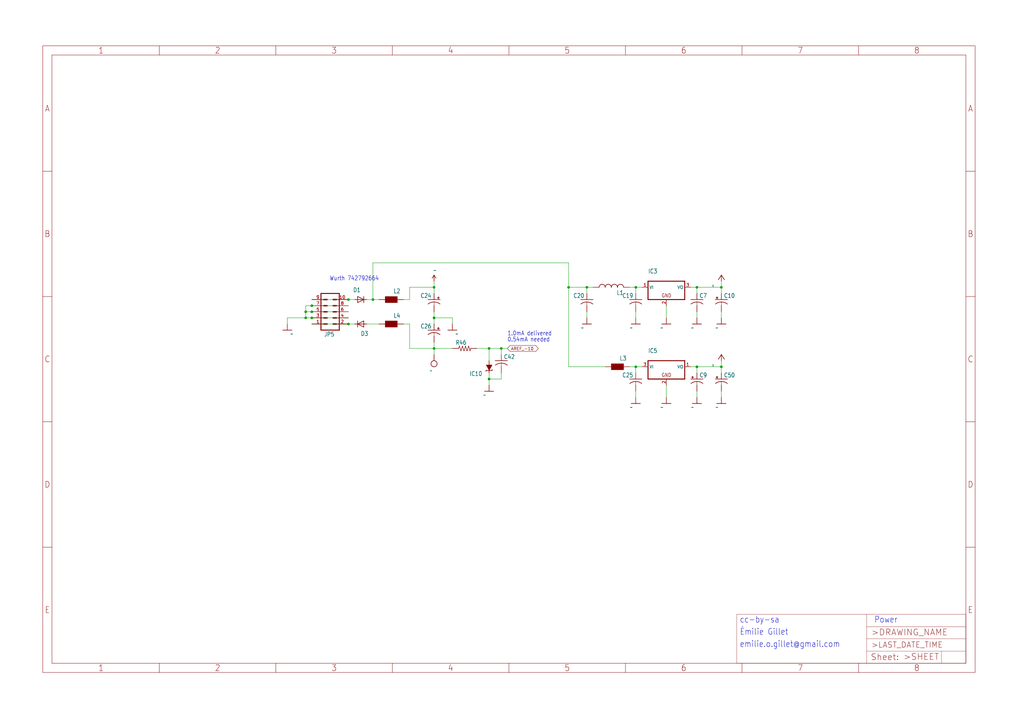
<source format=kicad_sch>
(kicad_sch (version 20211123) (generator eeschema)
  (paper "User" 425.45 299.161)
  (lib_symbols
    (symbol "tides2_v40-eagle-import:+3V3" (power)
      (property "Value" "+3V3" (at -2.54 -5.08 90))
      (symbol "+3V3_1_0"
        (polyline (pts (xy 0 0) (xy -1.27 -1.905)) (stroke (width 0.254)))
        (polyline (pts (xy 1.27 -1.905) (xy 0 0)) (stroke (width 0.254)))
        (pin power_in line (at 0 -2.54 90) (length 2.54) (name "+3V3") (number "1"))
      )
    )
    (symbol "tides2_v40-eagle-import:+3V3_A" (power)
      (property "Value" "+3V3_A" (at -2.54 -5.08 90))
      (symbol "+3V3_A_1_0"
        (polyline (pts (xy 0 0) (xy -1.27 -1.905)) (stroke (width 0.254)))
        (polyline (pts (xy 1.27 -1.905) (xy 0 0)) (stroke (width 0.254)))
        (pin power_in line (at 0 -2.54 90) (length 2.54) (name "+3V3_A") (number "1"))
      )
    )
    (symbol "tides2_v40-eagle-import:A3L-LOC"
      (symbol "A3L-LOC_0_0"
        (polyline (pts (xy 0 52.07) (xy 3.81 52.07)))
        (polyline (pts (xy 0 104.14) (xy 3.81 104.14)))
        (polyline (pts (xy 0 156.21) (xy 3.81 156.21)))
        (polyline (pts (xy 0 208.28) (xy 3.81 208.28)))
        (polyline (pts (xy 3.81 3.81) (xy 3.81 256.54)))
        (polyline (pts (xy 48.4188 0) (xy 48.4188 3.81)))
        (polyline (pts (xy 48.4188 256.54) (xy 48.4188 260.35)))
        (polyline (pts (xy 96.8375 0) (xy 96.8375 3.81)))
        (polyline (pts (xy 96.8375 256.54) (xy 96.8375 260.35)))
        (polyline (pts (xy 145.2563 0) (xy 145.2563 3.81)))
        (polyline (pts (xy 145.2563 256.54) (xy 145.2563 260.35)))
        (polyline (pts (xy 193.675 0) (xy 193.675 3.81)))
        (polyline (pts (xy 193.675 256.54) (xy 193.675 260.35)))
        (polyline (pts (xy 242.0938 0) (xy 242.0938 3.81)))
        (polyline (pts (xy 242.0938 256.54) (xy 242.0938 260.35)))
        (polyline (pts (xy 290.5125 0) (xy 290.5125 3.81)))
        (polyline (pts (xy 290.5125 256.54) (xy 290.5125 260.35)))
        (polyline (pts (xy 338.9313 0) (xy 338.9313 3.81)))
        (polyline (pts (xy 338.9313 256.54) (xy 338.9313 260.35)))
        (polyline (pts (xy 383.54 3.81) (xy 3.81 3.81)))
        (polyline (pts (xy 383.54 3.81) (xy 383.54 256.54)))
        (polyline (pts (xy 383.54 52.07) (xy 387.35 52.07)))
        (polyline (pts (xy 383.54 104.14) (xy 387.35 104.14)))
        (polyline (pts (xy 383.54 156.21) (xy 387.35 156.21)))
        (polyline (pts (xy 383.54 208.28) (xy 387.35 208.28)))
        (polyline (pts (xy 383.54 256.54) (xy 3.81 256.54)))
        (polyline (pts (xy 0 0) (xy 387.35 0) (xy 387.35 260.35) (xy 0 260.35) (xy 0 0)))
        (text "1" (at 24.2094 1.905 0) (effects (font (size 2.54 2.286))))
        (text "1" (at 24.2094 258.445 0) (effects (font (size 2.54 2.286))))
        (text "2" (at 72.6281 1.905 0) (effects (font (size 2.54 2.286))))
        (text "2" (at 72.6281 258.445 0) (effects (font (size 2.54 2.286))))
        (text "3" (at 121.0469 1.905 0) (effects (font (size 2.54 2.286))))
        (text "3" (at 121.0469 258.445 0) (effects (font (size 2.54 2.286))))
        (text "4" (at 169.4656 1.905 0) (effects (font (size 2.54 2.286))))
        (text "4" (at 169.4656 258.445 0) (effects (font (size 2.54 2.286))))
        (text "5" (at 217.8844 1.905 0) (effects (font (size 2.54 2.286))))
        (text "5" (at 217.8844 258.445 0) (effects (font (size 2.54 2.286))))
        (text "6" (at 266.3031 1.905 0) (effects (font (size 2.54 2.286))))
        (text "6" (at 266.3031 258.445 0) (effects (font (size 2.54 2.286))))
        (text "7" (at 314.7219 1.905 0) (effects (font (size 2.54 2.286))))
        (text "7" (at 314.7219 258.445 0) (effects (font (size 2.54 2.286))))
        (text "8" (at 363.1406 1.905 0) (effects (font (size 2.54 2.286))))
        (text "8" (at 363.1406 258.445 0) (effects (font (size 2.54 2.286))))
        (text "A" (at 1.905 234.315 0) (effects (font (size 2.54 2.286))))
        (text "A" (at 385.445 234.315 0) (effects (font (size 2.54 2.286))))
        (text "B" (at 1.905 182.245 0) (effects (font (size 2.54 2.286))))
        (text "B" (at 385.445 182.245 0) (effects (font (size 2.54 2.286))))
        (text "C" (at 1.905 130.175 0) (effects (font (size 2.54 2.286))))
        (text "C" (at 385.445 130.175 0) (effects (font (size 2.54 2.286))))
        (text "D" (at 1.905 78.105 0) (effects (font (size 2.54 2.286))))
        (text "D" (at 385.445 78.105 0) (effects (font (size 2.54 2.286))))
        (text "E" (at 1.905 26.035 0) (effects (font (size 2.54 2.286))))
        (text "E" (at 385.445 26.035 0) (effects (font (size 2.54 2.286))))
      )
      (symbol "A3L-LOC_1_0"
        (polyline (pts (xy 288.29 3.81) (xy 288.29 24.13)) (stroke (width 0.1016)))
        (polyline (pts (xy 288.29 3.81) (xy 342.265 3.81)) (stroke (width 0.1016)))
        (polyline (pts (xy 288.29 24.13) (xy 342.265 24.13)) (stroke (width 0.1016)))
        (polyline (pts (xy 342.265 3.81) (xy 373.38 3.81)) (stroke (width 0.1016)))
        (polyline (pts (xy 342.265 8.89) (xy 342.265 3.81)) (stroke (width 0.1016)))
        (polyline (pts (xy 342.265 8.89) (xy 342.265 13.97)) (stroke (width 0.1016)))
        (polyline (pts (xy 342.265 13.97) (xy 342.265 19.05)) (stroke (width 0.1016)))
        (polyline (pts (xy 342.265 13.97) (xy 383.54 13.97)) (stroke (width 0.1016)))
        (polyline (pts (xy 342.265 19.05) (xy 342.265 24.13)) (stroke (width 0.1016)))
        (polyline (pts (xy 342.265 19.05) (xy 383.54 19.05)) (stroke (width 0.1016)))
        (polyline (pts (xy 342.265 24.13) (xy 383.54 24.13)) (stroke (width 0.1016)))
        (polyline (pts (xy 373.38 3.81) (xy 373.38 8.89)) (stroke (width 0.1016)))
        (polyline (pts (xy 373.38 3.81) (xy 383.54 3.81)) (stroke (width 0.1016)))
        (polyline (pts (xy 373.38 8.89) (xy 342.265 8.89)) (stroke (width 0.1016)))
        (polyline (pts (xy 373.38 8.89) (xy 383.54 8.89)) (stroke (width 0.1016)))
        (polyline (pts (xy 383.54 3.81) (xy 383.54 8.89)) (stroke (width 0.1016)))
        (polyline (pts (xy 383.54 8.89) (xy 383.54 13.97)) (stroke (width 0.1016)))
        (polyline (pts (xy 383.54 13.97) (xy 383.54 19.05)) (stroke (width 0.1016)))
        (polyline (pts (xy 383.54 19.05) (xy 383.54 24.13)) (stroke (width 0.1016)))
        (text ">DRAWING_NAME" (at 344.17 15.24 0) (effects (font (size 2.54 2.54)) (justify left bottom)))
        (text ">LAST_DATE_TIME" (at 344.17 10.16 0) (effects (font (size 2.286 2.286)) (justify left bottom)))
        (text ">SHEET" (at 357.505 5.08 0) (effects (font (size 2.54 2.54)) (justify left bottom)))
        (text "Sheet:" (at 343.916 4.953 0) (effects (font (size 2.54 2.54)) (justify left bottom)))
      )
    )
    (symbol "tides2_v40-eagle-import:C-USC0402"
      (property "Reference" "C" (at 1.016 0.635 0))
      (property "Value" "C-USC0402" (at 1.016 -4.191 0))
      (symbol "C-USC0402_1_0"
        (arc (start 0 -1.0161) (mid -1.302 -1.2303) (end -2.4668 -1.8504) (stroke (width 0.254)))
        (polyline (pts (xy -2.54 0) (xy 2.54 0)) (stroke (width 0.254)))
        (polyline (pts (xy 0 -1.016) (xy 0 -2.54)) (stroke (width 0.1524)))
        (arc (start 2.4892 -1.8542) (mid 1.3158 -1.2195) (end 0 -1) (stroke (width 0.254)))
        (pin passive line (at 0 2.54 270) (length 2.54) (name "1") (number "1"))
        (pin passive line (at 0 -5.08 90) (length 2.54) (name "2") (number "2"))
      )
    )
    (symbol "tides2_v40-eagle-import:C-USC1206"
      (property "Reference" "C" (at 1.016 0.635 0))
      (property "Value" "C-USC1206" (at 1.016 -4.191 0))
      (symbol "C-USC1206_1_0"
        (arc (start 0 -1.0161) (mid -1.302 -1.2303) (end -2.4668 -1.8504) (stroke (width 0.254)))
        (polyline (pts (xy -2.54 0) (xy 2.54 0)) (stroke (width 0.254)))
        (polyline (pts (xy 0 -1.016) (xy 0 -2.54)) (stroke (width 0.1524)))
        (arc (start 2.4892 -1.8542) (mid 1.3158 -1.2195) (end 0 -1) (stroke (width 0.254)))
        (pin passive line (at 0 2.54 270) (length 2.54) (name "1") (number "1"))
        (pin passive line (at 0 -5.08 90) (length 2.54) (name "2") (number "2"))
      )
    )
    (symbol "tides2_v40-eagle-import:CPOL-USA"
      (property "Reference" "C" (at 1.016 0.635 0))
      (property "Value" "CPOL-USA" (at 1.016 -4.191 0))
      (symbol "CPOL-USA_1_0"
        (rectangle (start -2.253 0.668) (end -1.364 0.795) (fill (type outline)))
        (rectangle (start -1.872 0.287) (end -1.745 1.176) (fill (type outline)))
        (arc (start 0 -1.0161) (mid -1.3021 -1.2302) (end -2.4669 -1.8504) (stroke (width 0.254)))
        (polyline (pts (xy -2.54 0) (xy 2.54 0)) (stroke (width 0.254)))
        (polyline (pts (xy 0 -1.016) (xy 0 -2.54)) (stroke (width 0.1524)))
        (arc (start 2.4892 -1.8542) (mid 1.3158 -1.2195) (end 0 -1) (stroke (width 0.254)))
        (pin passive line (at 0 2.54 270) (length 2.54) (name "+") (number "+"))
        (pin passive line (at 0 -5.08 90) (length 2.54) (name "-") (number "-"))
      )
    )
    (symbol "tides2_v40-eagle-import:CPOL-USB"
      (property "Reference" "C" (at 1.016 0.635 0))
      (property "Value" "CPOL-USB" (at 1.016 -4.191 0))
      (symbol "CPOL-USB_1_0"
        (rectangle (start -2.253 0.668) (end -1.364 0.795) (fill (type outline)))
        (rectangle (start -1.872 0.287) (end -1.745 1.176) (fill (type outline)))
        (arc (start 0 -1.0161) (mid -1.3021 -1.2302) (end -2.4669 -1.8504) (stroke (width 0.254)))
        (polyline (pts (xy -2.54 0) (xy 2.54 0)) (stroke (width 0.254)))
        (polyline (pts (xy 0 -1.016) (xy 0 -2.54)) (stroke (width 0.1524)))
        (arc (start 2.4892 -1.8542) (mid 1.3158 -1.2195) (end 0 -1) (stroke (width 0.254)))
        (pin passive line (at 0 2.54 270) (length 2.54) (name "+") (number "+"))
        (pin passive line (at 0 -5.08 90) (length 2.54) (name "-") (number "-"))
      )
    )
    (symbol "tides2_v40-eagle-import:DIODE-SOD123"
      (property "Reference" "D" (at 2.54 0.4826 0))
      (property "Value" "DIODE-SOD123" (at 2.54 -2.3114 0))
      (symbol "DIODE-SOD123_1_0"
        (polyline (pts (xy -1.27 -1.27) (xy 1.27 0)) (stroke (width 0.254)))
        (polyline (pts (xy -1.27 1.27) (xy -1.27 -1.27)) (stroke (width 0.254)))
        (polyline (pts (xy 1.27 0) (xy -1.27 1.27)) (stroke (width 0.254)))
        (polyline (pts (xy 1.27 0) (xy 1.27 -1.27)) (stroke (width 0.254)))
        (polyline (pts (xy 1.27 1.27) (xy 1.27 0)) (stroke (width 0.254)))
        (pin passive line (at -2.54 0 0) (length 2.54) (name "A") (number "A"))
        (pin passive line (at 2.54 0 180) (length 2.54) (name "C") (number "C"))
      )
    )
    (symbol "tides2_v40-eagle-import:GND" (power)
      (property "Value" "GND" (at -2.54 -2.54 0))
      (symbol "GND_1_0"
        (polyline (pts (xy -1.905 0) (xy 1.905 0)) (stroke (width 0.254)))
        (pin power_in line (at 0 2.54 270) (length 2.54) (name "GND") (number "1"))
      )
    )
    (symbol "tides2_v40-eagle-import:L-USL2012C"
      (property "Value" "L-USL2012C" (at 3.81 -5.08 90))
      (symbol "L-USL2012C_1_0"
        (arc (start 0 -5.08) (mid 0.898 -4.708) (end 1.27 -3.81) (stroke (width 0.254)))
        (arc (start 0 -2.54) (mid 0.898 -2.168) (end 1.27 -1.27) (stroke (width 0.254)))
        (arc (start 0 0) (mid 0.898 0.372) (end 1.27 1.27) (stroke (width 0.254)))
        (arc (start 0 2.54) (mid 0.898 2.912) (end 1.27 3.81) (stroke (width 0.254)))
        (arc (start 1.27 -3.81) (mid 0.898 -2.912) (end 0 -2.54) (stroke (width 0.254)))
        (arc (start 1.27 -1.27) (mid 0.898 -0.372) (end 0 0) (stroke (width 0.254)))
        (arc (start 1.27 1.27) (mid 0.898 2.168) (end 0 2.54) (stroke (width 0.254)))
        (arc (start 1.27 3.81) (mid 0.898 4.708) (end 0 5.08) (stroke (width 0.254)))
        (pin passive line (at 0 7.62 270) (length 2.54) (name "1") (number "1"))
        (pin passive line (at 0 -7.62 90) (length 2.54) (name "2") (number "2"))
      )
    )
    (symbol "tides2_v40-eagle-import:LD2981ABU"
      (property "Reference" "IC" (at -7.62 5.715 0))
      (property "Value" "LD2981ABU" (at -7.62 3.175 0))
      (symbol "LD2981ABU_1_0"
        (polyline (pts (xy -7.62 -5.08) (xy 7.62 -5.08)) (stroke (width 0.4064)))
        (polyline (pts (xy -7.62 2.54) (xy -7.62 -5.08)) (stroke (width 0.4064)))
        (polyline (pts (xy 7.62 -5.08) (xy 7.62 2.54)) (stroke (width 0.4064)))
        (polyline (pts (xy 7.62 2.54) (xy -7.62 2.54)) (stroke (width 0.4064)))
        (text "GND" (at -2.032 -4.318 0) (effects (font (size 1.524 1.2954)) (justify left bottom)))
        (pin passive line (at 10.16 0 180) (length 2.54) (name "VO") (number "1"))
        (pin passive line (at 0 -7.62 90) (length 2.54) (name "GND") (number "2"))
        (pin input line (at -10.16 0 0) (length 2.54) (name "VI") (number "3"))
      )
    )
    (symbol "tides2_v40-eagle-import:LM4041DBZ"
      (property "Reference" "IC" (at 2.794 1.905 0))
      (property "Value" "LM4041DBZ" (at 2.794 -0.889 0))
      (symbol "LM4041DBZ_1_0"
        (polyline (pts (xy -1.27 1.524) (xy -1.27 1.143)) (stroke (width 0.254)))
        (polyline (pts (xy 0 1.524) (xy -1.27 1.524)) (stroke (width 0.254)))
        (polyline (pts (xy 1.27 1.524) (xy 0 1.524)) (stroke (width 0.254)))
        (polyline (pts (xy 1.27 1.905) (xy 1.27 1.524)) (stroke (width 0.254)))
        (polyline (pts (xy 0 1.524) (xy -1.27 -0.762) (xy 1.27 -0.762)) (fill (type outline)))
        (pin passive line (at 0 2.54 270) (length 2.54) (name "C") (number "1"))
        (pin passive line (at 0 -2.54 90) (length 2.54) (name "A") (number "2"))
      )
    )
    (symbol "tides2_v40-eagle-import:M05X2SHD"
      (property "Reference" "JP" (at -2.54 8.382 0))
      (property "Value" "M05X2SHD" (at -2.54 -10.16 0))
      (symbol "M05X2SHD_1_0"
        (polyline (pts (xy -3.81 7.62) (xy -3.81 -7.62)) (stroke (width 0.4064)))
        (polyline (pts (xy -3.81 7.62) (xy 3.81 7.62)) (stroke (width 0.4064)))
        (polyline (pts (xy -1.27 -5.08) (xy -2.54 -5.08)) (stroke (width 0.6096)))
        (polyline (pts (xy -1.27 -2.54) (xy -2.54 -2.54)) (stroke (width 0.6096)))
        (polyline (pts (xy -1.27 0) (xy -2.54 0)) (stroke (width 0.6096)))
        (polyline (pts (xy -1.27 2.54) (xy -2.54 2.54)) (stroke (width 0.6096)))
        (polyline (pts (xy -1.27 5.08) (xy -2.54 5.08)) (stroke (width 0.6096)))
        (polyline (pts (xy 1.27 -5.08) (xy 2.54 -5.08)) (stroke (width 0.6096)))
        (polyline (pts (xy 1.27 -2.54) (xy 2.54 -2.54)) (stroke (width 0.6096)))
        (polyline (pts (xy 1.27 0) (xy 2.54 0)) (stroke (width 0.6096)))
        (polyline (pts (xy 1.27 2.54) (xy 2.54 2.54)) (stroke (width 0.6096)))
        (polyline (pts (xy 1.27 5.08) (xy 2.54 5.08)) (stroke (width 0.6096)))
        (polyline (pts (xy 3.81 -7.62) (xy -3.81 -7.62)) (stroke (width 0.4064)))
        (polyline (pts (xy 3.81 -7.62) (xy 3.81 7.62)) (stroke (width 0.4064)))
        (pin passive line (at -7.62 5.08 0) (length 5.08) (name "1") (number "1"))
        (pin passive line (at 7.62 -5.08 180) (length 5.08) (name "10") (number "10"))
        (pin passive line (at 7.62 5.08 180) (length 5.08) (name "2") (number "2"))
        (pin passive line (at -7.62 2.54 0) (length 5.08) (name "3") (number "3"))
        (pin passive line (at 7.62 2.54 180) (length 5.08) (name "4") (number "4"))
        (pin passive line (at -7.62 0 0) (length 5.08) (name "5") (number "5"))
        (pin passive line (at 7.62 0 180) (length 5.08) (name "6") (number "6"))
        (pin passive line (at -7.62 -2.54 0) (length 5.08) (name "7") (number "7"))
        (pin passive line (at 7.62 -2.54 180) (length 5.08) (name "8") (number "8"))
        (pin passive line (at -7.62 -5.08 0) (length 5.08) (name "9") (number "9"))
      )
    )
    (symbol "tides2_v40-eagle-import:R-US_R0402"
      (property "Reference" "R" (at -3.81 1.4986 0))
      (property "Value" "R-US_R0402" (at -3.81 -3.302 0))
      (symbol "R-US_R0402_1_0"
        (polyline (pts (xy -2.54 0) (xy -2.159 1.016)) (stroke (width 0.2032)))
        (polyline (pts (xy -2.159 1.016) (xy -1.524 -1.016)) (stroke (width 0.2032)))
        (polyline (pts (xy -1.524 -1.016) (xy -0.889 1.016)) (stroke (width 0.2032)))
        (polyline (pts (xy -0.889 1.016) (xy -0.254 -1.016)) (stroke (width 0.2032)))
        (polyline (pts (xy -0.254 -1.016) (xy 0.381 1.016)) (stroke (width 0.2032)))
        (polyline (pts (xy 0.381 1.016) (xy 1.016 -1.016)) (stroke (width 0.2032)))
        (polyline (pts (xy 1.016 -1.016) (xy 1.651 1.016)) (stroke (width 0.2032)))
        (polyline (pts (xy 1.651 1.016) (xy 2.286 -1.016)) (stroke (width 0.2032)))
        (polyline (pts (xy 2.286 -1.016) (xy 2.54 0)) (stroke (width 0.2032)))
        (pin passive line (at -5.08 0 0) (length 2.54) (name "1") (number "1"))
        (pin passive line (at 5.08 0 180) (length 2.54) (name "2") (number "2"))
      )
    )
    (symbol "tides2_v40-eagle-import:VCC" (power)
      (property "Value" "VCC" (at -1.016 3.556 0))
      (symbol "VCC_1_0"
        (polyline (pts (xy 0 2.54) (xy -0.762 1.27)) (stroke (width 0.254)))
        (polyline (pts (xy 0.762 1.27) (xy 0 2.54)) (stroke (width 0.254)))
        (pin power_in line (at 0 0 90) (length 2.54) (name "VCC") (number "1"))
      )
    )
    (symbol "tides2_v40-eagle-import:VEE" (power)
      (property "Value" "VEE" (at -1.905 3.175 0))
      (symbol "VEE_1_0"
        (circle (center 0 1.27) (radius 1.27) (stroke (width 0.254)))
        (pin power_in line (at 0 -2.54 90) (length 2.54) (name "VEE") (number "1"))
      )
    )
    (symbol "tides2_v40-eagle-import:WE-CBF_0603"
      (property "Reference" "L" (at -3.81 5.08 0))
      (property "Value" "WE-CBF_0603" (at -3.81 -1.27 0))
      (symbol "WE-CBF_0603_1_0"
        (rectangle (start -2.54 1.27) (end 2.54 3.81) (fill (type outline)))
        (pin passive line (at -5.08 2.54 0) (length 2.54) (name "1") (number "1"))
        (pin passive line (at 5.08 2.54 180) (length 2.54) (name "2") (number "2"))
      )
    )
    (symbol "tides2_v40-eagle-import:WE173950378"
      (property "Reference" "IC" (at -7.62 5.715 0))
      (property "Value" "WE173950378" (at -7.62 3.175 0))
      (symbol "WE173950378_1_0"
        (polyline (pts (xy -7.62 -5.08) (xy 7.62 -5.08)) (stroke (width 0.4064)))
        (polyline (pts (xy -7.62 2.54) (xy -7.62 -5.08)) (stroke (width 0.4064)))
        (polyline (pts (xy 7.62 -5.08) (xy 7.62 2.54)) (stroke (width 0.4064)))
        (polyline (pts (xy 7.62 2.54) (xy -7.62 2.54)) (stroke (width 0.4064)))
        (text "GND" (at -2.032 -4.318 0) (effects (font (size 1.524 1.2954)) (justify left bottom)))
        (pin input line (at -10.16 0 0) (length 2.54) (name "VI") (number "1"))
        (pin passive line (at 0 -7.62 90) (length 2.54) (name "GND") (number "2"))
        (pin passive line (at 10.16 0 180) (length 2.54) (name "VO") (number "3"))
      )
    )
  )
  (junction (at 127 132.08))
  (junction (at 144.78 124.46))
  (junction (at 243.84 119.38))
  (junction (at 264.16 152.4))
  (junction (at 203.2 144.78))
  (junction (at 154.94 124.46))
  (junction (at 180.34 132.08))
  (junction (at 299.72 119.38))
  (junction (at 264.16 119.38))
  (junction (at 236.22 119.38))
  (junction (at 299.72 152.4))
  (junction (at 129.54 127))
  (junction (at 289.56 152.4))
  (junction (at 127 129.54))
  (junction (at 208.28 144.78))
  (junction (at 203.2 157.48))
  (junction (at 180.34 144.78))
  (junction (at 180.34 119.38))
  (junction (at 129.54 129.54))
  (junction (at 144.78 134.62))
  (junction (at 129.54 132.08))
  (junction (at 289.56 119.38))
  (wire (pts (xy 261.62 119.38) (xy 264.16 119.38)))
  (wire (pts (xy 276.86 132.08) (xy 276.86 127)))
  (wire (pts (xy 127 129.54) (xy 127 132.08)))
  (wire (pts (xy 154.94 124.46) (xy 157.48 124.46)))
  (wire (pts (xy 144.78 124.46) (xy 129.54 124.46)))
  (wire (pts (xy 127 127) (xy 127 129.54)))
  (wire (pts (xy 129.54 129.54) (xy 144.78 129.54)))
  (wire (pts (xy 299.72 116.84) (xy 299.72 119.38)))
  (wire (pts (xy 203.2 157.48) (xy 208.28 157.48)))
  (wire (pts (xy 266.7 119.38) (xy 264.16 119.38)))
  (wire (pts (xy 208.28 154.94) (xy 208.28 157.48)))
  (wire (pts (xy 236.22 109.22) (xy 236.22 119.38)))
  (wire (pts (xy 251.46 152.4) (xy 236.22 152.4)))
  (wire (pts (xy 289.56 129.54) (xy 289.56 132.08)))
  (wire (pts (xy 299.72 154.94) (xy 299.72 152.4)))
  (wire (pts (xy 203.2 157.48) (xy 203.2 160.02)))
  (wire (pts (xy 129.54 127) (xy 127 127)))
  (wire (pts (xy 243.84 129.54) (xy 243.84 132.08)))
  (wire (pts (xy 147.32 134.62) (xy 144.78 134.62)))
  (wire (pts (xy 180.34 121.92) (xy 180.34 119.38)))
  (wire (pts (xy 261.62 152.4) (xy 264.16 152.4)))
  (wire (pts (xy 299.72 119.38) (xy 299.72 121.92)))
  (wire (pts (xy 180.34 132.08) (xy 187.96 132.08)))
  (wire (pts (xy 289.56 152.4) (xy 299.72 152.4)))
  (wire (pts (xy 152.4 134.62) (xy 157.48 134.62)))
  (wire (pts (xy 170.18 144.78) (xy 170.18 134.62)))
  (wire (pts (xy 170.18 124.46) (xy 170.18 119.38)))
  (wire (pts (xy 276.86 160.02) (xy 276.86 165.1)))
  (wire (pts (xy 236.22 152.4) (xy 236.22 119.38)))
  (wire (pts (xy 170.18 134.62) (xy 167.64 134.62)))
  (wire (pts (xy 129.54 132.08) (xy 127 132.08)))
  (wire (pts (xy 289.56 162.56) (xy 289.56 165.1)))
  (wire (pts (xy 203.2 144.78) (xy 198.12 144.78)))
  (wire (pts (xy 180.34 142.24) (xy 180.34 144.78)))
  (wire (pts (xy 119.38 132.08) (xy 119.38 134.62)))
  (wire (pts (xy 208.28 144.78) (xy 203.2 144.78)))
  (wire (pts (xy 180.34 147.32) (xy 180.34 144.78)))
  (wire (pts (xy 144.78 132.08) (xy 129.54 132.08)))
  (wire (pts (xy 127 132.08) (xy 119.38 132.08)))
  (wire (pts (xy 289.56 121.92) (xy 289.56 119.38)))
  (wire (pts (xy 208.28 144.78) (xy 210.82 144.78)))
  (wire (pts (xy 264.16 119.38) (xy 264.16 121.92)))
  (wire (pts (xy 187.96 132.08) (xy 187.96 134.62)))
  (wire (pts (xy 289.56 119.38) (xy 299.72 119.38)))
  (wire (pts (xy 208.28 144.78) (xy 208.28 147.32)))
  (wire (pts (xy 170.18 119.38) (xy 180.34 119.38)))
  (wire (pts (xy 299.72 162.56) (xy 299.72 165.1)))
  (wire (pts (xy 264.16 162.56) (xy 264.16 165.1)))
  (wire (pts (xy 299.72 129.54) (xy 299.72 132.08)))
  (wire (pts (xy 243.84 119.38) (xy 243.84 121.92)))
  (wire (pts (xy 144.78 124.46) (xy 147.32 124.46)))
  (wire (pts (xy 127 129.54) (xy 129.54 129.54)))
  (wire (pts (xy 154.94 124.46) (xy 154.94 109.22)))
  (wire (pts (xy 287.02 152.4) (xy 289.56 152.4)))
  (wire (pts (xy 246.38 119.38) (xy 243.84 119.38)))
  (wire (pts (xy 287.02 119.38) (xy 289.56 119.38)))
  (wire (pts (xy 152.4 124.46) (xy 154.94 124.46)))
  (wire (pts (xy 180.34 119.38) (xy 180.34 116.84)))
  (wire (pts (xy 264.16 129.54) (xy 264.16 132.08)))
  (wire (pts (xy 203.2 149.86) (xy 203.2 144.78)))
  (wire (pts (xy 264.16 152.4) (xy 266.7 152.4)))
  (wire (pts (xy 154.94 109.22) (xy 236.22 109.22)))
  (wire (pts (xy 264.16 154.94) (xy 264.16 152.4)))
  (wire (pts (xy 203.2 154.94) (xy 203.2 157.48)))
  (wire (pts (xy 180.34 129.54) (xy 180.34 132.08)))
  (wire (pts (xy 180.34 132.08) (xy 180.34 134.62)))
  (wire (pts (xy 299.72 149.86) (xy 299.72 152.4)))
  (wire (pts (xy 167.64 124.46) (xy 170.18 124.46)))
  (wire (pts (xy 180.34 144.78) (xy 170.18 144.78)))
  (wire (pts (xy 236.22 119.38) (xy 243.84 119.38)))
  (wire (pts (xy 187.96 144.78) (xy 180.34 144.78)))
  (wire (pts (xy 144.78 134.62) (xy 129.54 134.62)))
  (wire (pts (xy 289.56 154.94) (xy 289.56 152.4)))
  (wire (pts (xy 144.78 127) (xy 129.54 127)))
  (text "Power" (at 363.22 259.08 180) (effects (font (size 2.54 2.159)) (justify left bottom)))
  (text "1.0mA delivered" (at 210.82 139.7 180) (effects (font (size 1.778 1.5113)) (justify left bottom)))
  (text "Émilie Gillet" (at 307.34 264.16 180) (effects (font (size 2.54 2.159)) (justify left bottom)))
  (text "cc-by-sa" (at 307.34 259.08 180) (effects (font (size 2.54 2.159)) (justify left bottom)))
  (text "0.54mA needed" (at 210.82 142.24 180) (effects (font (size 1.778 1.5113)) (justify left bottom)))
  (text "Wurth 742792664" (at 157.48 116.84 180) (effects (font (size 1.778 1.5113)) (justify right bottom)))
  (text "emilie.o.gillet@gmail.com" (at 307.34 269.24 180) (effects (font (size 2.54 2.159)) (justify left bottom)))
  (global_label "AREF_-10" (shape bidirectional) (at 210.82 144.78 0) (effects (font (size 1.2446 1.2446))) (property "Intersheet References" "${INTERSHEET_REFS}" (effects hide)))
  (symbol (lib_id "tides2_v40-eagle-import:GND") (at 299.72 134.62 0) (unit 1)
    (property "Reference" "#GND11" (effects hide))
  )
  (symbol (lib_id "tides2_v40-eagle-import:GND") (at 187.96 137.16 0) (mirror y) (unit 1)
    (property "Reference" "#GND24" (effects hide))
  )
  (symbol (lib_id "tides2_v40-eagle-import:CPOL-USA") (at 299.72 157.48 0) (unit 1)
    (property "Reference" "C50" (at 300.736 156.845 0) (effects (font (size 1.778 1.5113)) (justify left bottom)))
  )
  (symbol (lib_id "tides2_v40-eagle-import:CPOL-USB") (at 180.34 137.16 0) (mirror y) (unit 1)
    (property "Reference" "C26" (at 179.324 136.525 0) (effects (font (size 1.778 1.5113)) (justify left bottom)))
  )
  (symbol (lib_id "tides2_v40-eagle-import:VCC") (at 180.34 116.84 0) (mirror y) (unit 1)
    (property "Reference" "#P+1" (effects hide))
  )
  (symbol (lib_id "tides2_v40-eagle-import:GND") (at 289.56 167.64 0) (unit 1)
    (property "Reference" "#GND3" (effects hide))
  )
  (symbol (lib_id "tides2_v40-eagle-import:L-USL2012C") (at 254 119.38 90) (unit 1)
    (property "Reference" "L1" (at 259.08 120.65 90) (effects (font (size 1.778 1.5113)) (justify left bottom)))
  )
  (symbol (lib_id "tides2_v40-eagle-import:C-USC0402") (at 208.28 149.86 0) (unit 1)
    (property "Reference" "C42" (at 209.296 149.225 0) (effects (font (size 1.778 1.5113)) (justify left bottom)))
  )
  (symbol (lib_id "tides2_v40-eagle-import:M05X2SHD") (at 137.16 129.54 0) (mirror x) (unit 1)
    (property "Reference" "JP5" (at 134.62 137.922 0) (effects (font (size 1.778 1.5113)) (justify left bottom)))
  )
  (symbol (lib_id "tides2_v40-eagle-import:C-USC1206") (at 264.16 124.46 0) (mirror y) (unit 1)
    (property "Reference" "C19" (at 263.144 123.825 0) (effects (font (size 1.778 1.5113)) (justify left bottom)))
  )
  (symbol (lib_id "tides2_v40-eagle-import:R-US_R0402") (at 193.04 144.78 0) (unit 1)
    (property "Reference" "R46" (at 189.23 143.2814 0) (effects (font (size 1.778 1.5113)) (justify left bottom)))
  )
  (symbol (lib_id "tides2_v40-eagle-import:LD2981ABU") (at 276.86 152.4 0) (unit 1)
    (property "Reference" "IC5" (at 269.24 146.685 0) (effects (font (size 1.778 1.5113)) (justify left bottom)))
  )
  (symbol (lib_id "tides2_v40-eagle-import:A3L-LOC") (at 17.78 279.4 0) (unit 1)
    (property "Reference" "#FRAME6" (effects hide))
  )
  (symbol (lib_id "tides2_v40-eagle-import:LM4041DBZ") (at 203.2 152.4 180) (unit 1)
    (property "Reference" "IC10" (at 200.406 154.305 0) (effects (font (size 1.778 1.5113)) (justify left bottom)))
  )
  (symbol (lib_id "tides2_v40-eagle-import:+3V3") (at 299.72 114.3 0) (unit 1)
    (property "Reference" "#+3V2" (effects hide))
  )
  (symbol (lib_id "tides2_v40-eagle-import:GND") (at 264.16 134.62 0) (unit 1)
    (property "Reference" "#GND13" (effects hide))
  )
  (symbol (lib_id "tides2_v40-eagle-import:CPOL-USB") (at 180.34 124.46 0) (mirror y) (unit 1)
    (property "Reference" "C24" (at 179.324 123.825 0) (effects (font (size 1.778 1.5113)) (justify left bottom)))
  )
  (symbol (lib_id "tides2_v40-eagle-import:WE173950378") (at 276.86 119.38 0) (unit 1)
    (property "Reference" "IC3" (at 269.24 113.665 0) (effects (font (size 1.778 1.5113)) (justify left bottom)))
  )
  (symbol (lib_id "tides2_v40-eagle-import:C-USC0402") (at 289.56 124.46 0) (unit 1)
    (property "Reference" "C7" (at 290.576 123.825 0) (effects (font (size 1.778 1.5113)) (justify left bottom)))
  )
  (symbol (lib_id "tides2_v40-eagle-import:GND") (at 243.84 134.62 0) (unit 1)
    (property "Reference" "#GND12" (effects hide))
  )
  (symbol (lib_id "tides2_v40-eagle-import:WE-CBF_0603") (at 162.56 137.16 0) (mirror y) (unit 1)
    (property "Reference" "L4" (at 166.37 132.08 0) (effects (font (size 1.778 1.5113)) (justify left bottom)))
  )
  (symbol (lib_id "tides2_v40-eagle-import:GND") (at 264.16 167.64 0) (unit 1)
    (property "Reference" "#GND16" (effects hide))
  )
  (symbol (lib_id "tides2_v40-eagle-import:+3V3_A") (at 299.72 147.32 0) (unit 1)
    (property "Reference" "#+3V20" (effects hide))
  )
  (symbol (lib_id "tides2_v40-eagle-import:GND") (at 119.38 137.16 0) (mirror y) (unit 1)
    (property "Reference" "#GND6" (effects hide))
  )
  (symbol (lib_id "tides2_v40-eagle-import:DIODE-SOD123") (at 149.86 124.46 0) (mirror x) (unit 1)
    (property "Reference" "D1" (at 149.86 121.4374 0) (effects (font (size 1.778 1.5113)) (justify right top)))
  )
  (symbol (lib_id "tides2_v40-eagle-import:GND") (at 276.86 134.62 0) (unit 1)
    (property "Reference" "#GND9" (effects hide))
  )
  (symbol (lib_id "tides2_v40-eagle-import:CPOL-USA") (at 299.72 124.46 0) (unit 1)
    (property "Reference" "C10" (at 300.736 123.825 0) (effects (font (size 1.778 1.5113)) (justify left bottom)))
  )
  (symbol (lib_id "tides2_v40-eagle-import:VEE") (at 180.34 149.86 0) (mirror x) (unit 1)
    (property "Reference" "#SUPPLY1" (effects hide))
  )
  (symbol (lib_id "tides2_v40-eagle-import:WE-CBF_0603") (at 256.54 154.94 0) (mirror y) (unit 1)
    (property "Reference" "L3" (at 260.35 149.86 0) (effects (font (size 1.778 1.5113)) (justify left bottom)))
  )
  (symbol (lib_id "tides2_v40-eagle-import:C-USC1206") (at 264.16 157.48 0) (mirror y) (unit 1)
    (property "Reference" "C25" (at 263.144 156.845 0) (effects (font (size 1.778 1.5113)) (justify left bottom)))
  )
  (symbol (lib_id "tides2_v40-eagle-import:CPOL-USA") (at 289.56 157.48 0) (unit 1)
    (property "Reference" "C9" (at 290.576 156.845 0) (effects (font (size 1.778 1.5113)) (justify left bottom)))
  )
  (symbol (lib_id "tides2_v40-eagle-import:WE-CBF_0603") (at 162.56 127 0) (mirror y) (unit 1)
    (property "Reference" "L2" (at 166.37 121.92 0) (effects (font (size 1.778 1.5113)) (justify left bottom)))
  )
  (symbol (lib_id "tides2_v40-eagle-import:DIODE-SOD123") (at 149.86 134.62 0) (mirror y) (unit 1)
    (property "Reference" "D3" (at 149.86 137.6426 0) (effects (font (size 1.778 1.5113)) (justify right top)))
  )
  (symbol (lib_id "tides2_v40-eagle-import:GND") (at 289.56 134.62 0) (unit 1)
    (property "Reference" "#GND7" (effects hide))
  )
  (symbol (lib_id "tides2_v40-eagle-import:C-USC1206") (at 243.84 124.46 0) (mirror y) (unit 1)
    (property "Reference" "C20" (at 242.824 123.825 0) (effects (font (size 1.778 1.5113)) (justify left bottom)))
  )
  (symbol (lib_id "tides2_v40-eagle-import:GND") (at 203.2 162.56 0) (unit 1)
    (property "Reference" "#GND1" (effects hide))
  )
  (symbol (lib_id "tides2_v40-eagle-import:GND") (at 276.86 167.64 0) (unit 1)
    (property "Reference" "#GND2" (effects hide))
  )
  (symbol (lib_id "tides2_v40-eagle-import:GND") (at 299.72 167.64 0) (unit 1)
    (property "Reference" "#GND93" (effects hide))
  )
)
</source>
